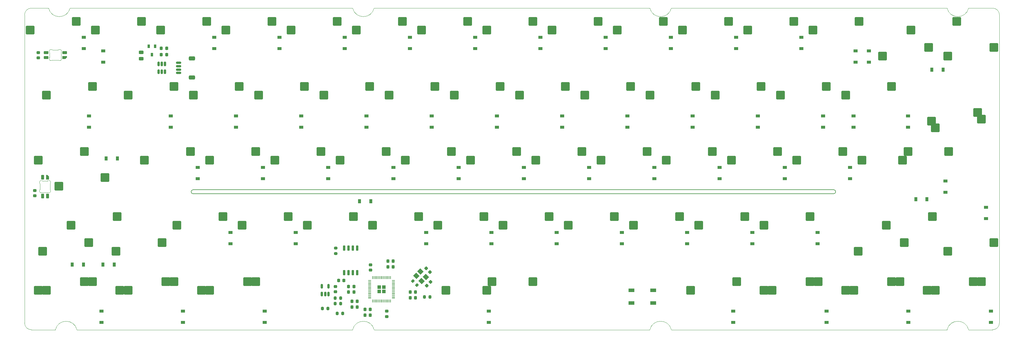
<source format=gbp>
G04 #@! TF.GenerationSoftware,KiCad,Pcbnew,(6.99.0-1912-g359c99991b)*
G04 #@! TF.CreationDate,2022-08-16T22:17:22+07:00*
G04 #@! TF.ProjectId,paws60,70617773-3630-42e6-9b69-6361645f7063,2*
G04 #@! TF.SameCoordinates,Original*
G04 #@! TF.FileFunction,Paste,Bot*
G04 #@! TF.FilePolarity,Positive*
%FSLAX46Y46*%
G04 Gerber Fmt 4.6, Leading zero omitted, Abs format (unit mm)*
G04 Created by KiCad (PCBNEW (6.99.0-1912-g359c99991b)) date 2022-08-16 22:17:22*
%MOMM*%
%LPD*%
G01*
G04 APERTURE LIST*
G04 Aperture macros list*
%AMRoundRect*
0 Rectangle with rounded corners*
0 $1 Rounding radius*
0 $2 $3 $4 $5 $6 $7 $8 $9 X,Y pos of 4 corners*
0 Add a 4 corners polygon primitive as box body*
4,1,4,$2,$3,$4,$5,$6,$7,$8,$9,$2,$3,0*
0 Add four circle primitives for the rounded corners*
1,1,$1+$1,$2,$3*
1,1,$1+$1,$4,$5*
1,1,$1+$1,$6,$7*
1,1,$1+$1,$8,$9*
0 Add four rect primitives between the rounded corners*
20,1,$1+$1,$2,$3,$4,$5,0*
20,1,$1+$1,$4,$5,$6,$7,0*
20,1,$1+$1,$6,$7,$8,$9,0*
20,1,$1+$1,$8,$9,$2,$3,0*%
%AMRotRect*
0 Rectangle, with rotation*
0 The origin of the aperture is its center*
0 $1 length*
0 $2 width*
0 $3 Rotation angle, in degrees counterclockwise*
0 Add horizontal line*
21,1,$1,$2,0,0,$3*%
%AMFreePoly0*
4,1,18,-0.410000,0.593000,-0.403758,0.624380,-0.385983,0.650983,-0.359380,0.668758,-0.328000,0.675000,0.328000,0.675000,0.359380,0.668758,0.385983,0.650983,0.403758,0.624380,0.410000,0.593000,0.410000,-0.593000,0.403758,-0.624380,0.385983,-0.650983,0.359380,-0.668758,0.328000,-0.675000,0.000000,-0.675000,-0.410000,-0.265000,-0.410000,0.593000,-0.410000,0.593000,$1*%
G04 Aperture macros list end*
%ADD10RoundRect,0.250000X-1.025000X-1.000000X1.025000X-1.000000X1.025000X1.000000X-1.025000X1.000000X0*%
%ADD11RoundRect,0.250000X1.025000X1.000000X-1.025000X1.000000X-1.025000X-1.000000X1.025000X-1.000000X0*%
%ADD12R,1.200000X0.900000*%
%ADD13RoundRect,0.225000X0.250000X-0.225000X0.250000X0.225000X-0.250000X0.225000X-0.250000X-0.225000X0*%
%ADD14RoundRect,0.225000X0.225000X0.250000X-0.225000X0.250000X-0.225000X-0.250000X0.225000X-0.250000X0*%
%ADD15RoundRect,0.150000X-0.625000X0.150000X-0.625000X-0.150000X0.625000X-0.150000X0.625000X0.150000X0*%
%ADD16RoundRect,0.250000X-0.650000X0.350000X-0.650000X-0.350000X0.650000X-0.350000X0.650000X0.350000X0*%
%ADD17R,0.900000X1.200000*%
%ADD18RoundRect,0.225000X-0.225000X-0.250000X0.225000X-0.250000X0.225000X0.250000X-0.225000X0.250000X0*%
%ADD19RoundRect,0.200000X0.200000X0.275000X-0.200000X0.275000X-0.200000X-0.275000X0.200000X-0.275000X0*%
%ADD20RoundRect,0.200000X-0.200000X-0.275000X0.200000X-0.275000X0.200000X0.275000X-0.200000X0.275000X0*%
%ADD21RoundRect,0.082000X0.328000X0.593000X-0.328000X0.593000X-0.328000X-0.593000X0.328000X-0.593000X0*%
%ADD22FreePoly0,180.000000*%
%ADD23RoundRect,0.150000X-0.150000X0.650000X-0.150000X-0.650000X0.150000X-0.650000X0.150000X0.650000X0*%
%ADD24R,0.800000X1.000000*%
%ADD25RoundRect,0.082000X0.593000X-0.328000X0.593000X0.328000X-0.593000X0.328000X-0.593000X-0.328000X0*%
%ADD26FreePoly0,90.000000*%
%ADD27RoundRect,0.150000X0.150000X-0.512500X0.150000X0.512500X-0.150000X0.512500X-0.150000X-0.512500X0*%
%ADD28RoundRect,0.225000X-0.250000X0.225000X-0.250000X-0.225000X0.250000X-0.225000X0.250000X0.225000X0*%
%ADD29R,1.700000X1.000000*%
%ADD30RoundRect,0.250000X-0.292217X0.292217X-0.292217X-0.292217X0.292217X-0.292217X0.292217X0.292217X0*%
%ADD31RoundRect,0.050000X-0.050000X0.387500X-0.050000X-0.387500X0.050000X-0.387500X0.050000X0.387500X0*%
%ADD32RoundRect,0.050000X-0.387500X0.050000X-0.387500X-0.050000X0.387500X-0.050000X0.387500X0.050000X0*%
%ADD33RotRect,1.400000X1.200000X135.000000*%
%ADD34RoundRect,0.225000X0.017678X-0.335876X0.335876X-0.017678X-0.017678X0.335876X-0.335876X0.017678X0*%
%ADD35RoundRect,0.243750X0.456250X-0.243750X0.456250X0.243750X-0.456250X0.243750X-0.456250X-0.243750X0*%
%ADD36RoundRect,0.225000X-0.335876X-0.017678X-0.017678X-0.335876X0.335876X0.017678X0.017678X0.335876X0*%
%ADD37RoundRect,0.200000X-0.335876X-0.053033X-0.053033X-0.335876X0.335876X0.053033X0.053033X0.335876X0*%
%ADD38RoundRect,0.200000X0.275000X-0.200000X0.275000X0.200000X-0.275000X0.200000X-0.275000X-0.200000X0*%
G04 #@! TA.AperFunction,Profile*
%ADD39C,0.100000*%
G04 #@! TD*
G04 #@! TA.AperFunction,Profile*
%ADD40C,0.200000*%
G04 #@! TD*
G04 APERTURE END LIST*
D10*
X23503750Y-49640000D03*
X10053750Y-52180000D03*
D11*
X30215000Y-82660000D03*
X43665000Y-80120000D03*
D12*
X188749999Y-11849999D03*
X188749999Y-8549999D03*
D11*
X256433750Y-44560000D03*
X269883750Y-42020000D03*
D12*
X79149999Y-68999999D03*
X79149999Y-65699999D03*
D11*
X220715000Y-25510000D03*
X234165000Y-22970000D03*
D13*
X101000000Y-76721326D03*
X101000000Y-75171326D03*
D12*
X131599999Y-11849999D03*
X131599999Y-8549999D03*
D10*
X278297500Y-30590000D03*
X264847500Y-33130000D03*
D11*
X242146250Y-82660000D03*
X255596250Y-80120000D03*
X49265000Y-25510000D03*
X62715000Y-22970000D03*
D12*
X226849999Y-11849999D03*
X226849999Y-8549999D03*
D11*
X192140000Y-6460000D03*
X205590000Y-3920000D03*
D14*
X93275000Y-79746326D03*
X91725000Y-79746326D03*
D11*
X92127500Y-44560000D03*
X105577500Y-42020000D03*
X39740000Y-6460000D03*
X53190000Y-3920000D03*
X125465000Y-25510000D03*
X138915000Y-22970000D03*
D12*
X282218749Y-92049999D03*
X282218749Y-88749999D03*
X169699999Y-11849999D03*
X169699999Y-8549999D03*
D14*
X97175000Y-87546326D03*
X95625000Y-87546326D03*
D11*
X13546250Y-63610000D03*
X26996250Y-61070000D03*
D15*
X45000000Y-16000000D03*
X45000000Y-17000000D03*
X45000000Y-18000000D03*
X45000000Y-19000000D03*
D16*
X48875000Y-14700000D03*
X48875000Y-20300000D03*
D12*
X193449999Y-68999999D03*
X193449999Y-65699999D03*
X155349999Y-68999999D03*
X155349999Y-65699999D03*
D10*
X256866250Y-68690000D03*
X243416250Y-71230000D03*
D11*
X158802500Y-63610000D03*
X172252500Y-61070000D03*
D17*
X17249999Y-75099999D03*
X13949999Y-75099999D03*
D12*
X55399999Y-11849999D03*
X55399999Y-8549999D03*
X202999999Y-49949999D03*
X202999999Y-46649999D03*
X150649999Y-11849999D03*
X150649999Y-8549999D03*
D18*
X106125000Y-75746326D03*
X107675000Y-75746326D03*
D12*
X222049999Y-49949999D03*
X222049999Y-46649999D03*
D19*
X92325000Y-84900000D03*
X90675000Y-84900000D03*
D12*
X74449999Y-11849999D03*
X74449999Y-8549999D03*
D11*
X82602500Y-63610000D03*
X96052500Y-61070000D03*
D12*
X207799999Y-11849999D03*
X207799999Y-8549999D03*
D18*
X39925000Y-13600000D03*
X41475000Y-13600000D03*
D20*
X116775000Y-84600000D03*
X118425000Y-84600000D03*
D12*
X268893749Y-53949999D03*
X268893749Y-50649999D03*
D11*
X6402500Y-82660000D03*
X19852500Y-80120000D03*
D12*
X42674999Y-34899999D03*
X42674999Y-31599999D03*
X231549999Y-68999999D03*
X231549999Y-65699999D03*
D11*
X77840000Y-6460000D03*
X91290000Y-3920000D03*
D21*
X5250000Y-55025000D03*
X6750000Y-55025000D03*
X5250000Y-49575000D03*
D22*
X6749999Y-49574999D03*
D11*
X54027500Y-44560000D03*
X67477500Y-42020000D03*
D12*
X22999999Y-15849999D03*
X22999999Y-12549999D03*
D11*
X123083750Y-82660000D03*
X136533750Y-80120000D03*
X225477500Y-44560000D03*
X238927500Y-42020000D03*
D12*
X135543749Y-92049999D03*
X135543749Y-88749999D03*
D11*
X68315000Y-25510000D03*
X81765000Y-22970000D03*
D23*
X93295000Y-70246326D03*
X94565000Y-70246326D03*
X95835000Y-70246326D03*
X97105000Y-70246326D03*
X97105000Y-77446326D03*
X95835000Y-77446326D03*
X94565000Y-77446326D03*
X93295000Y-77446326D03*
D24*
X36250000Y-11199999D03*
X38149999Y-11199999D03*
X37199999Y-13599999D03*
D11*
X115940000Y-6460000D03*
X129390000Y-3920000D03*
X265958750Y-82660000D03*
X279408750Y-80120000D03*
D12*
X22481249Y-92049999D03*
X22481249Y-88749999D03*
X212499999Y-68999999D03*
X212499999Y-65699999D03*
D25*
X6275000Y-13000000D03*
X6275000Y-14500000D03*
X11725000Y-13000000D03*
D26*
X11724999Y-14499999D03*
D11*
X120702500Y-63610000D03*
X134152500Y-61070000D03*
D12*
X93499999Y-11849999D03*
X93499999Y-8549999D03*
D27*
X41001780Y-18632292D03*
X40051780Y-18632292D03*
X39101780Y-18632292D03*
X39101780Y-16357292D03*
X40051780Y-16357292D03*
X41001780Y-16357292D03*
D12*
X18862499Y-34899999D03*
X18862499Y-31599999D03*
D11*
X34977500Y-44560000D03*
X48427500Y-42020000D03*
X139752500Y-63610000D03*
X153202500Y-61070000D03*
X20690000Y-6460000D03*
X34140000Y-3920000D03*
X215952500Y-63610000D03*
X229402500Y-61070000D03*
D12*
X242099999Y-34899999D03*
X242099999Y-31599999D03*
D19*
X92925000Y-89400000D03*
X91275000Y-89400000D03*
D11*
X263577500Y-82660000D03*
X277027500Y-80120000D03*
D28*
X105800000Y-88771326D03*
X105800000Y-90321326D03*
D12*
X174399999Y-68999999D03*
X174399999Y-65699999D03*
D11*
X239765000Y-25510000D03*
X253215000Y-22970000D03*
D12*
X145849999Y-49949999D03*
X145849999Y-46649999D03*
D11*
X134990000Y-82660000D03*
X148440000Y-80120000D03*
X106415000Y-25510000D03*
X119865000Y-22970000D03*
X201665000Y-25510000D03*
X215115000Y-22970000D03*
D12*
X241099999Y-49949999D03*
X241099999Y-46649999D03*
D11*
X130227500Y-44560000D03*
X143677500Y-42020000D03*
D12*
X118874999Y-34899999D03*
X118874999Y-31599999D03*
D29*
X177249999Y-86399999D03*
X183549999Y-86399999D03*
X177249999Y-82599999D03*
X183549999Y-82599999D03*
D30*
X104887500Y-81727576D03*
X103612500Y-81727576D03*
X104887500Y-83002576D03*
X103612500Y-83002576D03*
D31*
X101650000Y-78927576D03*
X102050000Y-78927576D03*
X102450000Y-78927576D03*
X102850000Y-78927576D03*
X103250000Y-78927576D03*
X103650000Y-78927576D03*
X104050000Y-78927576D03*
X104450000Y-78927576D03*
X104850000Y-78927576D03*
X105250000Y-78927576D03*
X105650000Y-78927576D03*
X106050000Y-78927576D03*
X106450000Y-78927576D03*
X106850000Y-78927576D03*
D32*
X107687500Y-79765076D03*
X107687500Y-80165076D03*
X107687500Y-80565076D03*
X107687500Y-80965076D03*
X107687500Y-81365076D03*
X107687500Y-81765076D03*
X107687500Y-82165076D03*
X107687500Y-82565076D03*
X107687500Y-82965076D03*
X107687500Y-83365076D03*
X107687500Y-83765076D03*
X107687500Y-84165076D03*
X107687500Y-84565076D03*
X107687500Y-84965076D03*
D31*
X106850000Y-85802576D03*
X106450000Y-85802576D03*
X106050000Y-85802576D03*
X105650000Y-85802576D03*
X105250000Y-85802576D03*
X104850000Y-85802576D03*
X104450000Y-85802576D03*
X104050000Y-85802576D03*
X103650000Y-85802576D03*
X103250000Y-85802576D03*
X102850000Y-85802576D03*
X102450000Y-85802576D03*
X102050000Y-85802576D03*
X101650000Y-85802576D03*
D32*
X100812500Y-84965076D03*
X100812500Y-84565076D03*
X100812500Y-84165076D03*
X100812500Y-83765076D03*
X100812500Y-83365076D03*
X100812500Y-82965076D03*
X100812500Y-82565076D03*
X100812500Y-82165076D03*
X100812500Y-81765076D03*
X100812500Y-81365076D03*
X100812500Y-80965076D03*
X100812500Y-80565076D03*
X100812500Y-80165076D03*
X100812500Y-79765076D03*
D28*
X90800000Y-81525000D03*
X90800000Y-83075000D03*
D33*
X115976776Y-79925183D03*
X114421141Y-78369548D03*
X115623222Y-77167467D03*
X117178857Y-78723102D03*
D11*
X177852500Y-63610000D03*
X191302500Y-61070000D03*
D12*
X234193749Y-92049999D03*
X234193749Y-88749999D03*
X257999999Y-34899999D03*
X257999999Y-31599999D03*
D11*
X58790000Y-6460000D03*
X72240000Y-3920000D03*
X211190000Y-6460000D03*
X224640000Y-3920000D03*
D12*
X17299999Y-11849999D03*
X17299999Y-8549999D03*
D11*
X63552500Y-63610000D03*
X77002500Y-61070000D03*
D12*
X112549999Y-11849999D03*
X112549999Y-8549999D03*
D18*
X112625000Y-83146326D03*
X114175000Y-83146326D03*
D11*
X154040000Y-6460000D03*
X167490000Y-3920000D03*
X30215000Y-25510000D03*
X43665000Y-22970000D03*
X218333750Y-82660000D03*
X231783750Y-80120000D03*
X101652500Y-63610000D03*
X115102500Y-61070000D03*
D17*
X263549999Y-55999999D03*
X260249999Y-55999999D03*
D27*
X88750000Y-83737500D03*
X87800000Y-83737500D03*
X86850000Y-83737500D03*
X86850000Y-81462500D03*
X88750000Y-81462500D03*
D13*
X3000000Y-54975000D03*
X3000000Y-53425000D03*
D19*
X92325000Y-86500000D03*
X90675000Y-86500000D03*
D12*
X156974999Y-34899999D03*
X156974999Y-31599999D03*
X88699999Y-49949999D03*
X88699999Y-46649999D03*
D10*
X18741250Y-68690000D03*
X5291250Y-71230000D03*
D12*
X136299999Y-68999999D03*
X136299999Y-65699999D03*
D11*
X4021250Y-82660000D03*
X17471250Y-80120000D03*
D10*
X40172500Y-68690000D03*
X26722500Y-71230000D03*
D11*
X163565000Y-25510000D03*
X177015000Y-22970000D03*
X144515000Y-25510000D03*
X157965000Y-22970000D03*
D14*
X96175000Y-83146326D03*
X94625000Y-83146326D03*
D11*
X96890000Y-6460000D03*
X110340000Y-3920000D03*
D17*
X264949999Y-17999999D03*
X268249999Y-17999999D03*
D11*
X149277500Y-44560000D03*
X162727500Y-42020000D03*
X27833750Y-82660000D03*
X41283750Y-80120000D03*
D12*
X214124999Y-34899999D03*
X214124999Y-31599999D03*
D34*
X117451992Y-81294334D03*
X118548008Y-80198318D03*
D11*
X4021250Y-44560000D03*
X17471250Y-42020000D03*
D12*
X195074999Y-34899999D03*
X195074999Y-31599999D03*
D11*
X215952500Y-82660000D03*
X229402500Y-80120000D03*
D12*
X70106249Y-92049999D03*
X70106249Y-88749999D03*
D10*
X283060000Y-68690000D03*
X269610000Y-71230000D03*
D17*
X97849999Y-56599999D03*
X101149999Y-56599999D03*
D11*
X54027500Y-82660000D03*
X67477500Y-80120000D03*
D35*
X34100000Y-14837500D03*
X34100000Y-12962500D03*
D12*
X137924999Y-34899999D03*
X137924999Y-31599999D03*
D11*
X196902500Y-63610000D03*
X210352500Y-61070000D03*
D12*
X206981249Y-92049999D03*
X206981249Y-88749999D03*
D11*
X230240000Y-6460000D03*
X243690000Y-3920000D03*
X206427500Y-44560000D03*
X219877500Y-42020000D03*
X265958750Y-35035000D03*
X279408750Y-32495000D03*
X1640000Y-6460000D03*
X15090000Y-3920000D03*
D12*
X233174999Y-34899999D03*
X233174999Y-31599999D03*
X183949999Y-49949999D03*
X183949999Y-46649999D03*
X280799999Y-58349999D03*
X280799999Y-61649999D03*
D18*
X39925000Y-11800000D03*
X41475000Y-11800000D03*
X106125000Y-74046326D03*
X107675000Y-74046326D03*
D11*
X44502500Y-63610000D03*
X57952500Y-61070000D03*
D12*
X69649999Y-49949999D03*
X69649999Y-46649999D03*
D11*
X134990000Y-6460000D03*
X148440000Y-3920000D03*
X87365000Y-25510000D03*
X100815000Y-22970000D03*
D12*
X242699999Y-15849999D03*
X242699999Y-12549999D03*
D11*
X111177500Y-44560000D03*
X124627500Y-42020000D03*
X182615000Y-25510000D03*
X196065000Y-22970000D03*
D36*
X117251992Y-76198318D03*
X118348008Y-77294334D03*
D10*
X264010000Y-11540000D03*
X250560000Y-14080000D03*
D12*
X50599999Y-49949999D03*
X50599999Y-46649999D03*
D14*
X96175000Y-81546326D03*
X94625000Y-81546326D03*
D18*
X99425000Y-89946326D03*
X100975000Y-89946326D03*
D12*
X258106249Y-92049999D03*
X258106249Y-88749999D03*
D18*
X112625000Y-84846326D03*
X114175000Y-84846326D03*
D11*
X73077500Y-44560000D03*
X86527500Y-42020000D03*
D17*
X22849999Y-75099999D03*
X26149999Y-75099999D03*
D11*
X173090000Y-6460000D03*
X186540000Y-3920000D03*
X239765000Y-82660000D03*
X253215000Y-80120000D03*
D37*
X113416637Y-79962963D03*
X114583363Y-81129689D03*
D18*
X99425000Y-88246326D03*
X100975000Y-88246326D03*
D11*
X258815000Y-6460000D03*
X272265000Y-3920000D03*
D12*
X99824999Y-34899999D03*
X99824999Y-31599999D03*
D11*
X194521250Y-82660000D03*
X207971250Y-80120000D03*
D12*
X126799999Y-49949999D03*
X126799999Y-46649999D03*
D11*
X51646250Y-82660000D03*
X65096250Y-80120000D03*
X187377500Y-44560000D03*
X200827500Y-42020000D03*
D12*
X107749999Y-49949999D03*
X107749999Y-46649999D03*
X176024999Y-34899999D03*
X176024999Y-31599999D03*
D11*
X168327500Y-44560000D03*
X181777500Y-42020000D03*
D20*
X86975000Y-88000000D03*
X88625000Y-88000000D03*
D11*
X6402500Y-25510000D03*
X19852500Y-22970000D03*
D12*
X80774999Y-34899999D03*
X80774999Y-31599999D03*
X164899999Y-49949999D03*
X164899999Y-46649999D03*
D11*
X244527500Y-44560000D03*
X257977500Y-42020000D03*
D12*
X61724999Y-34899999D03*
X61724999Y-31599999D03*
D17*
X27149999Y-43999999D03*
X23849999Y-43999999D03*
D28*
X4000000Y-13025000D03*
X4000000Y-14575000D03*
D12*
X60099999Y-68999999D03*
X60099999Y-65699999D03*
X46293749Y-92049999D03*
X46293749Y-88749999D03*
X246599999Y-15849999D03*
X246599999Y-12549999D03*
D10*
X283060000Y-11540000D03*
X269610000Y-14080000D03*
D38*
X90900000Y-71925000D03*
X90900000Y-70275000D03*
D14*
X97175000Y-85846326D03*
X95625000Y-85846326D03*
D11*
X251671250Y-63610000D03*
X265121250Y-61070000D03*
D12*
X117249999Y-68999999D03*
X117249999Y-65699999D03*
D39*
X9000000Y-94200000D02*
X2000000Y-94200000D01*
X282698800Y0D02*
X275699000Y0D01*
X188898000Y-94200000D02*
G75*
G03*
X182598600Y-94200000I-3149700J-735856D01*
G01*
X7000000Y0D02*
G75*
G03*
X13299400Y0I3149700J735856D01*
G01*
X269397901Y0D02*
G75*
G03*
X275698999Y0I3150549J733157D01*
G01*
X269398000Y-94200000D02*
X188898000Y-94200000D01*
D40*
X236258010Y-54398423D02*
G75*
G03*
X236258010Y-53167777I-10J615323D01*
G01*
D39*
X2000000Y0D02*
X7000000Y0D01*
D40*
X49258010Y-53167740D02*
G75*
G03*
X49258010Y-54398460I-10J-615360D01*
G01*
D39*
X284698900Y-2000000D02*
G75*
G03*
X282698800Y0I-2000100J-100D01*
G01*
X95799400Y0D02*
G75*
G03*
X102098800Y0I3149700J735856D01*
G01*
X182598800Y0D02*
X102098800Y0D01*
D40*
X236258010Y-54398460D02*
X49258010Y-54398460D01*
D39*
X182598600Y-94200000D02*
X102098600Y-94200000D01*
X182598801Y0D02*
G75*
G03*
X188898099Y0I3149649J735845D01*
G01*
X15299299Y-94200000D02*
G75*
G03*
X9000001Y-94200000I-3149649J-735845D01*
G01*
X2000000Y0D02*
G75*
G03*
X0Y-2000000I-1J-1999999D01*
G01*
X282698800Y-94200000D02*
G75*
G03*
X284698900Y-92200000I100J2000000D01*
G01*
D40*
X236258010Y-53167777D02*
X49258010Y-53167777D01*
D39*
X275697400Y-94200000D02*
G75*
G03*
X269398000Y-94200000I-3149700J-735856D01*
G01*
X269397900Y0D02*
X188898100Y0D01*
X284698900Y-2000000D02*
X284698900Y-92200000D01*
X275697400Y-94200000D02*
X282698800Y-94200000D01*
X0Y-92200000D02*
G75*
G03*
X2000000Y-94200000I1999995J-5D01*
G01*
X102098599Y-94200000D02*
G75*
G03*
X95799301Y-94200000I-3149649J-735845D01*
G01*
X95799300Y-94200000D02*
X15299300Y-94200000D01*
X95799400Y0D02*
X13299400Y0D01*
X0Y-92200000D02*
X0Y-2000000D01*
X5297157Y-50600001D02*
X6702841Y-50600001D01*
X7499999Y-51505548D02*
X7499999Y-53094452D01*
X4500000Y-53094452D02*
X4500000Y-51505547D01*
X6702841Y-53999999D02*
X5297157Y-53999999D01*
X6702841Y-50600000D02*
G75*
G03*
X6919719Y-50550515I2J499989D01*
G01*
X7568298Y-51253289D02*
G75*
G03*
X6919718Y-50550517I-431700J252259D01*
G01*
X5080279Y-50550516D02*
G75*
G03*
X5297156Y-50600001I216876J450505D01*
G01*
X5080279Y-50550516D02*
G75*
G03*
X4431701Y-51253289I-216878J-450514D01*
G01*
X4500000Y-51505547D02*
G75*
G03*
X4431701Y-51253289I-500009J-3D01*
G01*
X7568298Y-51253289D02*
G75*
G03*
X7499999Y-51505548I431710J-252261D01*
G01*
X4431700Y-53346711D02*
G75*
G03*
X4499999Y-53094453I-431710J252261D01*
G01*
X7500000Y-53094452D02*
G75*
G03*
X7568298Y-53346710I500010J2D01*
G01*
X6919721Y-54049480D02*
G75*
G03*
X7568296Y-53346711I216879J450510D01*
G01*
X6919719Y-54049484D02*
G75*
G03*
X6702842Y-53999999I-216959J-450866D01*
G01*
X4431700Y-53346711D02*
G75*
G03*
X5080279Y-54049484I431700J-252259D01*
G01*
X5297157Y-53999987D02*
G75*
G03*
X5080279Y-54049484I143J-500513D01*
G01*
X10699999Y-13047157D02*
X10699999Y-14452841D01*
X9794452Y-15249999D02*
X8205548Y-15249999D01*
X8205548Y-12250000D02*
X9794453Y-12250000D01*
X7300001Y-14452841D02*
X7300001Y-13047157D01*
X10700000Y-14452841D02*
G75*
G03*
X10749485Y-14669719I499989J-2D01*
G01*
X10046711Y-15318298D02*
G75*
G03*
X10749483Y-14669718I252259J431700D01*
G01*
X10749484Y-12830279D02*
G75*
G03*
X10699999Y-13047156I450505J-216876D01*
G01*
X10749484Y-12830279D02*
G75*
G03*
X10046711Y-12181701I-450514J216878D01*
G01*
X9794453Y-12250000D02*
G75*
G03*
X10046711Y-12181701I-3J500009D01*
G01*
X10046711Y-15318298D02*
G75*
G03*
X9794452Y-15249999I-252261J-431710D01*
G01*
X7953289Y-12181700D02*
G75*
G03*
X8205547Y-12249999I252261J431710D01*
G01*
X8205548Y-15250000D02*
G75*
G03*
X7953290Y-15318298I2J-500010D01*
G01*
X7250520Y-14669721D02*
G75*
G03*
X7953289Y-15318296I450510J-216879D01*
G01*
X7250516Y-14669719D02*
G75*
G03*
X7300001Y-14452842I-450866J216959D01*
G01*
X7953289Y-12181700D02*
G75*
G03*
X7250516Y-12830279I-252259J-431700D01*
G01*
X7300013Y-13047157D02*
G75*
G03*
X7250516Y-12830279I-500513J-143D01*
G01*
M02*

</source>
